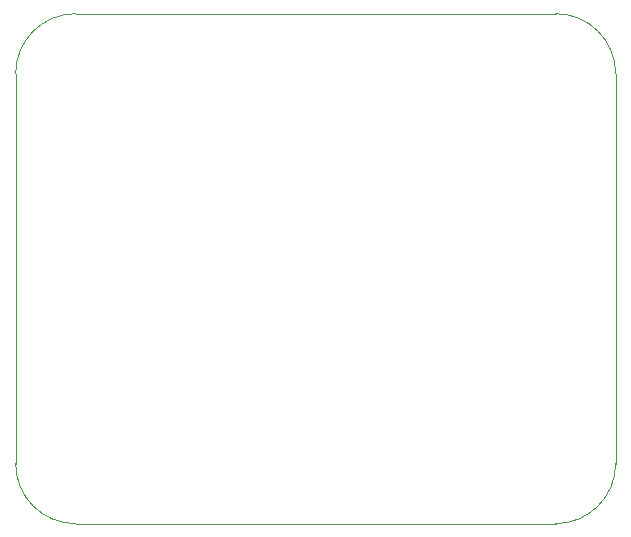
<source format=gm1>
%TF.GenerationSoftware,KiCad,Pcbnew,(6.0.7)*%
%TF.CreationDate,2022-08-07T20:56:25-04:00*%
%TF.ProjectId,2022_generic,32303232-5f67-4656-9e65-7269632e6b69,rev?*%
%TF.SameCoordinates,Original*%
%TF.FileFunction,Profile,NP*%
%FSLAX46Y46*%
G04 Gerber Fmt 4.6, Leading zero omitted, Abs format (unit mm)*
G04 Created by KiCad (PCBNEW (6.0.7)) date 2022-08-07 20:56:25*
%MOMM*%
%LPD*%
G01*
G04 APERTURE LIST*
%TA.AperFunction,Profile*%
%ADD10C,0.100000*%
%TD*%
G04 APERTURE END LIST*
D10*
X180340000Y-139700000D02*
G75*
G03*
X185420000Y-134620000I0J5080000D01*
G01*
X185420000Y-101600000D02*
G75*
G03*
X180340000Y-96520000I-5080000J0D01*
G01*
X185420000Y-101600000D02*
X185420000Y-134620000D01*
X180340000Y-139700000D02*
X139700000Y-139700000D01*
X139700000Y-96520000D02*
G75*
G03*
X134620000Y-101600000I0J-5080000D01*
G01*
X139700000Y-96520000D02*
X180340000Y-96520000D01*
X134620000Y-134620000D02*
X134620000Y-101600000D01*
X134620000Y-134620000D02*
G75*
G03*
X139700000Y-139700000I5080000J0D01*
G01*
M02*

</source>
